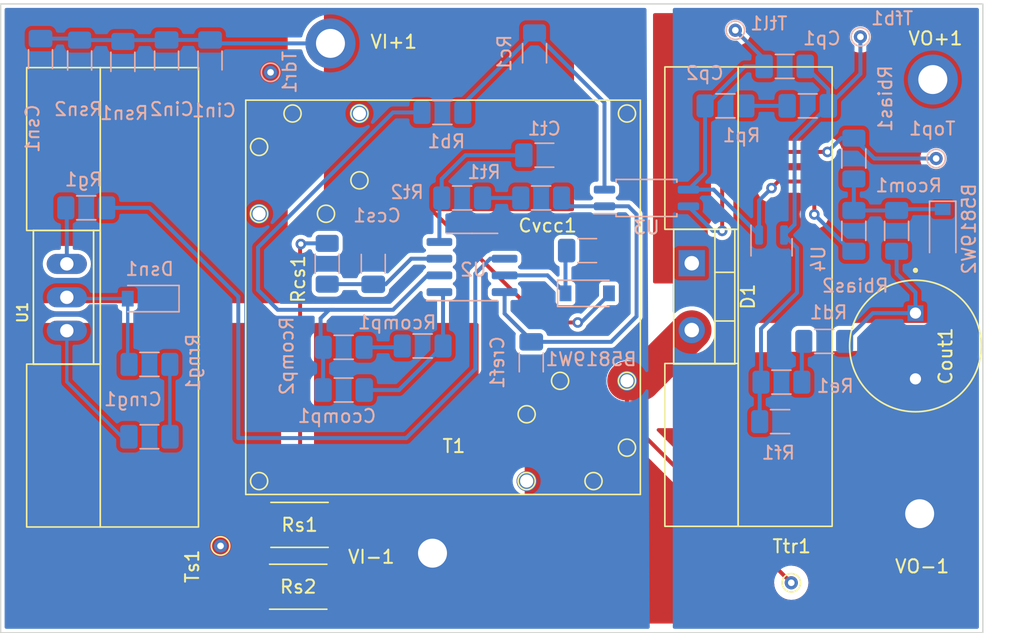
<source format=kicad_pcb>
(kicad_pcb (version 20211014) (generator pcbnew)
  (layers (0 "F.Cu" signal) (31 "B.Cu" signal) (34 "B.Paste" user) (35 "F.Paste" user) (36 "B.SilkS" user "B.Silkscreen") (37 "F.SilkS" user "F.Silkscreen") (38 "B.Mask" user) (39 "F.Mask" user) (44 "Edge.Cuts" user))
  (net 0 "")
  (net 1 "/CVCC")
  (net 2 "Vin")
  (net 3 "Net-(B5819W2-Pad1)")
  (net 4 "GND")
  (net 5 "Net-(Ccomp1-Pad1)")
  (net 6 "Net-(Ccomp1-Pad2)")
  (net 7 "Net-(Ccs1-Pad1)")
  (net 8 "Vout+")
  (net 9 "Vout-")
  (net 10 "Net-(Cp1-Pad1)")
  (net 11 "Net-(Cp1-Pad2)")
  (net 12 "Net-(Cp2-Pad2)")
  (net 13 "Net-(Cref1-Pad1)")
  (net 14 "Net-(Ct1-Pad1)")
  (net 15 "Net-(D1-Pad2)")
  (net 16 "Vdr")
  (net 17 "Net-(Rb1-Pad1)")
  (net 18 "Net-(Rbias1-Pad2)")
  (net 19 "Net-(Rcomp1-Pad1)")
  (net 20 "Vs")
  (net 21 "Net-(Rd1-Pad2)")
  (net 22 "Net-(Rg1-Pad1)")
  (net 23 "Net-(Rt1-Pad2)")
  (net 24 "Net-(Rg1-Pad2)")
  (net 25 "Net-(Rrng1-Pad2)")
  (footprint "MountingHole:MountingHole_2.2mm_M2_DIN965_Pad" (layer "F.Cu") (at 133.5 78.75)
    (fp_text reference "VI-1" (at -4.6482 0.2794) (layer "F.SilkS"))
    (fp_text value "MountingHole_Pad")
    (pad "1" thru_hole circle (at 0 0) (size 3.8 3.8) (drill 2.2) (layers *.Cu *.Mask) (net 4 "GND"))
  )
  (footprint "IRLZ34NPBF:TO-220_with_heatsink" (layer "F.Cu") (at 105.725 59.3 -90)
    (fp_text reference "U1" (at 1.152 3.363 90) (layer "F.SilkS") (effects (font (size 0.787402 0.787402))))
    (fp_text value "IRLZ34NPBF")
    (fp_line (start -5.08 -2.032) (end -5.08 -2.54) (layer "F.SilkS") (width 0.127))
    (fp_line (start 5.08 -2.54) (end 5.08 -2.032) (layer "F.SilkS") (width 0.127))
    (fp_line (start -5.08 2.54) (end -5.08 -2.032) (layer "F.SilkS") (width 0.127))
    (fp_line (start -5.08 -2.54) (end 5.08 -2.54) (layer "F.SilkS") (width 0.127))
    (fp_line (start 5.08 -2.032) (end 5.08 2.54) (layer "F.SilkS") (width 0.127))
    (fp_line (start -5.08 -2.032) (end 5.08 -2.032) (layer "F.SilkS") (width 0.127))
    (fp_line (start 5.08 2.54) (end -5.08 2.54) (layer "F.SilkS") (width 0.127))
    (fp_rect (start -17.46 -2.54) (end 17.46 -10) (layer "F.SilkS") (width 0.12) (fill none))
    (fp_rect (start 5.08 -2.54) (end 17.46 3.05) (layer "F.SilkS") (width 0.12) (fill none))
    (fp_rect (start -17.46 -2.54) (end -5.08 3.05) (layer "F.SilkS") (width 0.12) (fill none))
    (pad "GND" thru_hole oval (at 0 0 270) (size 1.524 3.048) (drill 1.016) (layers *.Cu *.Mask) (net 16 "Vdr"))
    (pad "IN" thru_hole oval (at -2.54 0 270) (size 1.524 3.048) (drill 1.016) (layers *.Cu *.Mask) (net 24 "Net-(Rg1-Pad2)"))
    (pad "OUT" thru_hole oval (at 2.54 0 270) (size 1.524 3.048) (drill 1.016) (layers *.Cu *.Mask) (net 20 "Vs"))
  )
  (footprint "MountingHole:MountingHole_2.2mm_M2_DIN965_Pad" (layer "F.Cu") (at 171.5 42.75)
    (fp_text reference "VO+1" (at 0.204 -3.126 180) (layer "F.SilkS"))
    (fp_text value "MountingHole_Pad")
    (pad "1" thru_hole circle (at 0 0) (size 3.8 3.8) (drill 2.2) (layers *.Cu *.Mask) (net 8 "Vout+"))
  )
  (footprint "Resistor_SMD:R_2512_6332Metric_Pad1.40x3.35mm_HandSolder" (layer "F.Cu") (at 123.4 76.6)
    (fp_text reference "Rs1" (at 0 0) (layer "F.SilkS"))
    (fp_text value "47m")
    (fp_line (start -2.177064 1.71) (end 2.177064 1.71) (layer "F.SilkS") (width 0.12))
    (fp_line (start -2.177064 -1.71) (end 2.177064 -1.71) (layer "F.SilkS") (width 0.12))
    (pad "1" smd roundrect (at -3.05 0) (size 1.4 3.35) (layers "F.Cu" "F.Paste" "F.Mask") (roundrect_rratio 0.1785707143) (net 20 "Vs"))
    (pad "2" smd roundrect (at 3.05 0) (size 1.4 3.35) (layers "F.Cu" "F.Paste" "F.Mask") (roundrect_rratio 0.1785707143) (net 4 "GND"))
  )
  (footprint "IRLZ34NPBF:TO-220-2_Vertical" (layer "F.Cu") (at 153.1575 59.25 -90)
    (fp_text reference "D1" (at 0 -4.302 90) (layer "F.SilkS"))
    (fp_text value "BYV79-200")
    (fp_line (start -5.12 -1.792) (end 5.12 -1.792) (layer "F.SilkS") (width 0.12))
    (fp_line (start -5.12 -3.302) (end 5.12 -3.302) (layer "F.SilkS") (width 0.12))
    (fp_line (start -1.85 -3.302) (end -1.85 -1.792) (layer "F.SilkS") (width 0.12))
    (fp_line (start 5.12 -3.302) (end 5.12 1.339) (layer "F.SilkS") (width 0.12))
    (fp_line (start -5.12 1.339) (end 5.12 1.339) (layer "F.SilkS") (width 0.12))
    (fp_line (start 1.851 -3.302) (end 1.851 -1.792) (layer "F.SilkS") (width 0.12))
    (fp_line (start -5.12 -3.302) (end -5.12 1.339) (layer "F.SilkS") (width 0.12))
    (fp_rect (start -17.46 -10.695) (end 17.46 -3.556) (layer "F.SilkS") (width 0.12) (fill none))
    (fp_rect (start 17.46 -3.556) (end 5.08 2.01) (layer "F.SilkS") (width 0.12) (fill none))
    (fp_rect (start -17.46 -3.556) (end -5.12 2.01) (layer "F.SilkS") (width 0.12) (fill none))
    (pad "1" thru_hole rect (at -2.54 -0.032 270) (size 2 2) (drill 1.1) (layers *.Cu *.Mask) (net 8 "Vout+"))
    (pad "2" thru_hole oval (at 2.54 -0.032 270) (size 2 2) (drill 1.1) (layers *.Cu *.Mask) (net 15 "Net-(D1-Pad2)"))
  )
  (footprint "100SXE18M:CAPPRD500W60D1000H1300" (layer "F.Cu") (at 170.18 63 -90)
    (fp_text reference "Cout1" (at 0.762 -2.286 90) (layer "F.SilkS"))
    (fp_text value "100SXE18M")
    (fp_circle (center -5.75 0) (end -5.65 0) (layer "F.SilkS") (width 0.2) (fill none))
    (fp_circle (center 0 0) (end 5 0) (layer "F.SilkS") (width 0.127) (fill none))
    (pad "1" thru_hole rect locked (at -2.5 0 270) (size 1.2 1.2) (drill 0.85) (layers *.Cu *.Mask) (net 8 "Vout+"))
    (pad "2" thru_hole circle locked (at 2.5 0 270) (size 1.2 1.2) (drill 0.85) (layers *.Cu *.Mask) (net 9 "Vout-"))
  )
  (footprint "flyback_48V_48W:RM12_B65816" (layer "F.Cu") (at 148.27 45.33)
    (fp_text reference "T1" (at -13.142 25.282 unlocked) (layer "F.SilkS"))
    (fp_text value "Transformer_1P_1S")
    (fp_line (start -28.956 28.956) (end -28.956 -1.016) (layer "F.SilkS") (width 0.12))
    (fp_line (start -28.956 28.956) (end 1.016 28.956) (layer "F.SilkS") (width 0.12))
    (fp_line (start -28.956 -1.016) (end 1.016 -1.016) (layer "F.SilkS") (width 0.12))
    (fp_line (start 1.016 28.956) (end 1.016 -1.016) (layer "F.SilkS") (width 0.12))
    (fp_circle (center -27.94 7.62) (end -27.29 7.62) (layer "F.SilkS") (width 0.12) (fill none))
    (fp_circle (center -7.62 22.86) (end -6.97 22.86) (layer "F.SilkS") (width 0.12) (fill none))
    (fp_circle (center 0 20.32) (end 0.65 20.32) (layer "F.SilkS") (width 0.12) (fill none))
    (fp_circle (center -27.94 2.54) (end -27.29 2.54) (layer "F.SilkS") (width 0.12) (fill none))
    (fp_circle (center -25.4 0) (end -24.75 0) (layer "F.SilkS") (width 0.12) (fill none))
    (fp_circle (center -5.08 20.32) (end -4.43 20.32) (layer "F.SilkS") (width 0.12) (fill none))
    (fp_circle (center -20.32 5.08) (end -19.67 5.08) (layer "F.SilkS") (width 0.12) (fill none))
    (fp_circle (center -2.54 27.94) (end -1.89 27.94) (layer "F.SilkS") (width 0.12) (fill none))
    (fp_circle (center -27.94 27.94) (end -27.29 27.94) (layer "F.SilkS") (width 0.12) (fill none))
    (fp_circle (center -20.32 0) (end -19.67 0) (layer "F.SilkS") (width 0.12) (fill none))
    (fp_circle (center 0 25.4) (end 0.65 25.4) (layer "F.SilkS") (width 0.12) (fill none))
    (fp_circle (center -22.86 7.62) (end -22.21 7.62) (layer "F.SilkS") (width 0.12) (fill none))
    (fp_circle (center 0 0) (end 0.65 0) (layer "F.SilkS") (width 0.12) (fill none))
    (fp_circle (center -7.62 27.94) (end -6.97 27.94) (layer "F.SilkS") (width 0.12) (fill none))
    (pad "1" thru_hole circle (at -20.32 0) (size 1.524 1.524) (drill 1) (layers *.Cu *.Mask) (net 2 "Vin"))
    (pad "2" thru_hole circle (at -27.94 7.62) (size 1.524 1.524) (drill 1) (layers *.Cu *.Mask) (net 16 "Vdr"))
    (pad "3" thru_hole circle (at -7.62 27.94) (size 1.524 1.524) (drill 1) (layers *.Cu *.Mask) (net 9 "Vout-"))
    (pad "4" thru_hole circle (at 0 20.32) (size 1.524 1.524) (drill 1) (layers *.Cu *.Mask) (net 15 "Net-(D1-Pad2)"))
  )
  (footprint "MountingHole:MountingHole_2.2mm_M2_DIN965_Pad" (layer "F.Cu") (at 170.5 75.75)
    (fp_text reference "VO-1" (at 0.188 4.006 180) (layer "F.SilkS"))
    (fp_text value "MountingHole_Pad")
    (pad "1" thru_hole circle (at 0 0) (size 3.8 3.8) (drill 2.2) (layers *.Cu *.Mask) (net 9 "Vout-"))
  )
  (footprint "TestPoint:TestPoint_THTPad_D1.0mm_Drill0.5mm" (layer "F.Cu") (at 117.4 78.2 -90)
    (fp_text reference "Ts1" (at 1.55 2.15 90) (layer "F.SilkS"))
    (fp_text value "TestPoint")
    (fp_circle (center 0 0) (end 0 0.7) (layer "F.SilkS") (width 0.12) (fill none))
    (pad "1" thru_hole circle (at 0 0 270) (size 1 1) (drill 0.5) (layers *.Cu *.Mask) (net 20 "Vs"))
  )
  (footprint "Resistor_SMD:R_2512_6332Metric_Pad1.40x3.35mm_HandSolder" (layer "F.Cu") (at 123.3 81.3)
    (fp_text reference "Rs2" (at 0 0) (layer "F.SilkS"))
    (fp_text value "330m")
    (fp_line (start -2.177064 1.71) (end 2.177064 1.71) (layer "F.SilkS") (width 0.12))
    (fp_line (start -2.177064 -1.71) (end 2.177064 -1.71) (layer "F.SilkS") (width 0.12))
    (pad "1" smd roundrect (at -3.05 0) (size 1.4 3.35) (layers "F.Cu" "F.Paste" "F.Mask") (roundrect_rratio 0.1785707143) (net 20 "Vs"))
    (pad "2" smd roundrect (at 3.05 0) (size 1.4 3.35) (layers "F.Cu" "F.Paste" "F.Mask") (roundrect_rratio 0.1785707143) (net 4 "GND"))
  )
  (footprint "TestPoint:TestPoint_THTPad_D1.0mm_Drill0.5mm" (layer "F.Cu") (at 160.75 81)
    (fp_text reference "Ttr1" (at 0.032 -2.768) (layer "F.SilkS"))
    (fp_text value "TestPoint")
    (fp_circle (center 0 0) (end 0 0.7) (layer "F.SilkS") (width 0.12) (fill none))
    (pad "1" thru_hole circle (at 0 0) (size 1 1) (drill 0.5) (layers *.Cu *.Mask) (net 15 "Net-(D1-Pad2)"))
  )
  (footprint "MountingHole:MountingHole_2.2mm_M2_DIN965_Pad" (layer "F.Cu") (at 125.75 40)
    (fp_text reference "VI+1" (at 4.806 -0.122) (layer "F.SilkS"))
    (fp_text value "MountingHole_Pad")
    (pad "1" thru_hole circle (at 0 0) (size 3.8 3.8) (drill 2.2) (layers *.Cu *.Mask) (net 2 "Vin"))
  )
  (footprint "TestPoint:TestPoint_THTPad_D1.0mm_Drill0.5mm" (layer "B.Cu") (at 171.75 48.75 180)
    (fp_text reference "Top1" (at 0.3 2.268) (layer "B.SilkS") (effects (justify mirror)))
    (fp_text value "TestPoint")
    (fp_circle (center 0 0) (end 0 -0.7) (layer "B.SilkS") (width 0.12) (fill none))
    (pad "1" thru_hole circle (at 0 0 180) (size 1 1) (drill 0.5) (layers *.Cu *.Mask) (net 18 "Net-(Rbias1-Pad2)"))
  )
  (footprint "Resistor_SMD:R_1206_3216Metric_Pad1.30x1.75mm_HandSolder" (layer "B.Cu") (at 106.698 41.3 -90)
    (fp_text reference "Rsn2" (at 3.7 0.1) (layer "B.SilkS") (effects (justify mirror)))
    (fp_text value "10k")
    (fp_line (start -0.727064 -0.91) (end 0.727064 -0.91) (layer "B.SilkS") (width 0.12))
    (fp_line (start -0.727064 0.91) (end 0.727064 0.91) (layer "B.SilkS") (width 0.12))
    (pad "1" smd roundrect (at -1.55 0 270) (size 1.3 1.75) (layers "B.Cu" "B.Paste" "B.Mask") (roundrect_rratio 0.1923076923) (net 2 "Vin"))
    (pad "2" smd roundrect (at 1.55 0 270) (size 1.3 1.75) (layers "B.Cu" "B.Paste" "B.Mask") (roundrect_rratio 0.1923076923) (net 4 "GND"))
  )
  (footprint "Resistor_SMD:R_1206_3216Metric_Pad1.30x1.75mm_HandSolder" (layer "B.Cu") (at 112 64.4)
    (fp_text reference "Rrng1" (at 3.316 -0.138 90) (layer "B.SilkS") (effects (justify mirror)))
    (fp_text value "10")
    (fp_line (start -0.727064 0.91) (end 0.727064 0.91) (layer "B.SilkS") (width 0.12))
    (fp_line (start -0.727064 -0.91) (end 0.727064 -0.91) (layer "B.SilkS") (width 0.12))
    (pad "1" smd roundrect (at -1.55 0) (size 1.3 1.75) (layers "B.Cu" "B.Paste" "B.Mask") (roundrect_rratio 0.1923076923) (net 16 "Vdr"))
    (pad "2" smd roundrect (at 1.55 0) (size 1.3 1.75) (layers "B.Cu" "B.Paste" "B.Mask") (roundrect_rratio 0.1923076923) (net 25 "Net-(Rrng1-Pad2)"))
  )
  (footprint "Resistor_SMD:R_1206_3216Metric_Pad1.30x1.75mm_HandSolder" (layer "B.Cu") (at 107.2 52.5 180)
    (fp_text reference "Rg1" (at 0.2 2.15) (layer "B.SilkS") (effects (justify mirror)))
    (fp_text value "10")
    (fp_line (start -0.727064 -0.91) (end 0.727064 -0.91) (layer "B.SilkS") (width 0.12))
    (fp_line (start -0.727064 0.91) (end 0.727064 0.91) (layer "B.SilkS") (width 0.12))
    (pad "1" smd roundrect (at -1.55 0 180) (size 1.3 1.75) (layers "B.Cu" "B.Paste" "B.Mask") (roundrect_rratio 0.1923076923) (net 22 "Net-(Rg1-Pad1)"))
    (pad "2" smd roundrect (at 1.55 0 180) (size 1.3 1.75) (layers "B.Cu" "B.Paste" "B.Mask") (roundrect_rratio 0.1923076923) (net 24 "Net-(Rg1-Pad2)"))
  )
  (footprint "Capacitor_SMD:C_1206_3216Metric_Pad1.33x1.80mm_HandSolder" (layer "B.Cu") (at 129 56.75 90)
    (fp_text reference "Ccs1" (at 3.664 0.286 180) (layer "B.SilkS") (effects (justify mirror)))
    (fp_text value "470p")
    (fp_line (start -0.711252 -0.91) (end 0.711252 -0.91) (layer "B.SilkS") (width 0.12))
    (fp_line (start -0.711252 0.91) (end 0.711252 0.91) (layer "B.SilkS") (width 0.12))
    (pad "1" smd roundrect (at -1.5625 0 90) (size 1.325 1.8) (layers "B.Cu" "B.Paste" "B.Mask") (roundrect_rratio 0.1886792453) (net 7 "Net-(Ccs1-Pad1)"))
    (pad "2" smd roundrect (at 1.5625 0 90) (size 1.325 1.8) (layers "B.Cu" "B.Paste" "B.Mask") (roundrect_rratio 0.1886792453) (net 4 "GND"))
  )
  (footprint "Resistor_SMD:R_1206_3216Metric_Pad1.30x1.75mm_HandSolder" (layer "B.Cu") (at 109.982 41.402 -90)
    (fp_text reference "Rsn1" (at 3.9 -0.098 180) (layer "B.SilkS") (effects (justify mirror)))
    (fp_text value "10k")
    (fp_line (start -0.727064 -0.91) (end 0.727064 -0.91) (layer "B.SilkS") (width 0.12))
    (fp_line (start -0.727064 0.91) (end 0.727064 0.91) (layer "B.SilkS") (width 0.12))
    (pad "1" smd roundrect (at -1.55 0 270) (size 1.3 1.75) (layers "B.Cu" "B.Paste" "B.Mask") (roundrect_rratio 0.1923076923) (net 2 "Vin"))
    (pad "2" smd roundrect (at 1.55 0 270) (size 1.3 1.75) (layers "B.Cu" "B.Paste" "B.Mask") (roundrect_rratio 0.1923076923) (net 4 "GND"))
  )
  (footprint "Resistor_SMD:R_1206_3216Metric_Pad1.30x1.75mm_HandSolder" (layer "B.Cu") (at 126.75 63.1)
    (fp_text reference "Rcomp2" (at -4.322 0.654 90) (layer "B.SilkS") (effects (justify mirror)))
    (fp_text value "2.2k")
    (fp_line (start -0.727064 0.91) (end 0.727064 0.91) (layer "B.SilkS") (width 0.12))
    (fp_line (start -0.727064 -0.91) (end 0.727064 -0.91) (layer "B.SilkS") (width 0.12))
    (pad "1" smd roundrect (at -1.55 0) (size 1.3 1.75) (layers "B.Cu" "B.Paste" "B.Mask") (roundrect_rratio 0.1923076923) (net 5 "Net-(Ccomp1-Pad1)"))
    (pad "2" smd roundrect (at 1.55 0) (size 1.3 1.75) (layers "B.Cu" "B.Paste" "B.Mask") (roundrect_rratio 0.1923076923) (net 19 "Net-(Rcomp1-Pad1)"))
  )
  (footprint "Package_SO:SOIC-8_3.9x4.9mm_P1.27mm" (layer "B.Cu") (at 136.5 57)
    (fp_text reference "U2" (at 0.1 0.2) (layer "B.SilkS") (effects (justify mirror)))
    (fp_text value "UC3843_SOIC8")
    (fp_line (start 0 -2.56) (end 1.95 -2.56) (layer "B.SilkS") (width 0.12))
    (fp_line (start 0 2.56) (end 1.95 2.56) (layer "B.SilkS") (width 0.12))
    (fp_line (start 0 2.56) (end -3.45 2.56) (layer "B.SilkS") (width 0.12))
    (fp_line (start 0 -2.56) (end -1.95 -2.56) (layer "B.SilkS") (width 0.12))
    (pad "1" smd roundrect (at -2.475 1.905) (size 1.95 0.6) (layers "B.Cu" "B.Paste" "B.Mask") (net 6 "Net-(Ccomp1-Pad2)"))
    (pad "2" smd roundrect (at -2.475 0.635) (size 1.95 0.6) (layers "B.Cu" "B.Paste" "B.Mask") (net 5 "Net-(Ccomp1-Pad1)"))
    (pad "3" smd roundrect (at -2.475 -0.635) (size 1.95 0.6) (layers "B.Cu" "B.Paste" "B.Mask") (net 7 "Net-(Ccs1-Pad1)"))
    (pad "4" smd roundrect (at -2.475 -1.905) (size 1.95 0.6) (layers "B.Cu" "B.Paste" "B.Mask") (net 14 "Net-(Ct1-Pad1)"))
    (pad "5" smd roundrect (at 2.475 -1.905) (size 1.95 0.6) (layers "B.Cu" "B.Paste" "B.Mask") (net 4 "GND"))
    (pad "6" smd roundrect (at 2.475 -0.635) (size 1.95 0.6) (layers "B.Cu" "B.Paste" "B.Mask") (net 22 "Net-(Rg1-Pad1)"))
    (pad "7" smd roundrect (at 2.475 0.635) (size 1.95 0.6) (layers "B.Cu" "B.Paste" "B.Mask") (net 1 "/CVCC"))
    (pad "8" smd roundrect (at 2.475 1.905) (size 1.95 0.6) (layers "B.Cu" "B.Paste" "B.Mask") (net 13 "Net-(Cref1-Pad1)"))
  )
  (footprint "Package_SO:SOP-4_4.4x2.6mm_P1.27mm" (layer "B.Cu") (at 149.75 51.75)
    (fp_text reference "U3" (at 0 2.25) (layer "B.SilkS") (effects (justify mirror)))
    (fp_text value "TCMT1107")
    (fp_line (start 2.31 1.41) (end 2.31 1.195) (layer "B.SilkS") (width 0.12))
    (fp_line (start 0 1.41) (end -2.31 1.41) (layer "B.SilkS") (width 0.12))
    (fp_line (start 2.31 -1.41) (end 2.31 -1.195) (layer "B.SilkS") (width 0.12))
    (fp_line (start -2.31 -1.41) (end -2.31 -1.195) (layer "B.SilkS") (width 0.12))
    (fp_line (start 0 1.41) (end 2.31 1.41) (layer "B.SilkS") (width 0.12))
    (fp_line (start -2.31 1.41) (end -2.31 1.195) (layer "B.SilkS") (width 0.12))
    (fp_line (start -2.31 1.195) (end -4 1.195) (layer "B.SilkS") (width 0.12))
    (fp_line (start 0 -1.41) (end -2.31 -1.41) (layer "B.SilkS") (width 0.12))
    (fp_line (start 0 -1.41) (end 2.31 -1.41) (layer "B.SilkS") (width 0.12))
    (pad "1" smd roundrect (at -3.1875 0.635) (size 1.625 0.6) (layers "B.Cu" "B.Paste" "B.Mask") (net 13 "Net-(Cref1-Pad1)"))
    (pad "2" smd roundrect (at -3.1875 -0.635) (size 1.625 0.6) (layers "B.Cu" "B.Paste" "B.Mask") (net 17 "Net-(Rb1-Pad1)"))
    (pad "3" smd roundrect (at 3.1875 -0.635) (size 1.625 0.6) (layers "B.Cu" "B.Paste" "B.Mask") (net 12 "Net-(Cp2-Pad2)"))
    (pad "4" smd roundrect (at 3.1875 0.635) (size 1.625 0.6) (layers "B.Cu" "B.Paste" "B.Mask") (net 18 "Net-(Rbias1-Pad2)"))
  )
  (footprint "Capacitor_SMD:C_1206_3216Metric_Pad1.33x1.80mm_HandSolder" (layer "B.Cu") (at 141 64.25 -90)
    (fp_text reference "Cref1" (at 0.012 2.57 90) (layer "B.SilkS") (effects (justify mirror)))
    (fp_text value "1u")
    (fp_line (start -0.711252 -0.91) (end 0.711252 -0.91) (layer "B.SilkS") (width 0.12))
    (fp_line (start -0.711252 0.91) (end 0.711252 0.91) (layer "B.SilkS") (width 0.12))
    (pad "1" smd roundrect (at -1.5625 0 270) (size 1.325 1.8) (layers "B.Cu" "B.Paste" "B.Mask") (roundrect_rratio 0.1886792453) (net 13 "Net-(Cref1-Pad1)"))
    (pad "2" smd roundrect (at 1.5625 0 270) (size 1.325 1.8) (layers "B.Cu" "B.Paste" "B.Mask") (roundrect_rratio 0.1886792453) (net 4 "GND"))
  )
  (footprint "Capacitor_SMD:C_1206_3216Metric_Pad1.33x1.80mm_HandSolder" (layer "B.Cu") (at 112 69.9 180)
    (fp_text reference "Crng1" (at 1.256 2.844) (layer "B.SilkS") (effects (justify mirror)))
    (fp_text value "470p")
    (fp_line (start -0.711252 -0.91) (end 0.711252 -0.91) (layer "B.SilkS") (width 0.12))
    (fp_line (start -0.711252 0.91) (end 0.711252 0.91) (layer "B.SilkS") (width 0.12))
    (pad "1" smd roundrect (at -1.5625 0 180) (size 1.325 1.8) (layers "B.Cu" "B.Paste" "B.Mask") (roundrect_rratio 0.1886792453) (net 25 "Net-(Rrng1-Pad2)"))
    (pad "2" smd roundrect (at 1.5625 0 180) (size 1.325 1.8) (layers "B.Cu" "B.Paste" "B.Mask") (roundrect_rratio 0.1886792453) (net 20 "Vs"))
  )
  (footprint "Capacitor_SMD:C_1206_3216Metric_Pad1.33x1.80mm_HandSolder" (layer "B.Cu") (at 160.25 41.75 180)
    (fp_text reference "Cp2" (at 6.072 -0.508) (layer "B.SilkS") (effects (justify mirror)))
    (fp_text value "220p")
    (fp_line (start -0.711252 0.91) (end 0.711252 0.91) (layer "B.SilkS") (width 0.12))
    (fp_line (start -0.711252 -0.91) (end 0.711252 -0.91) (layer "B.SilkS") (width 0.12))
    (pad "1" smd roundrect (at -1.5625 0 180) (size 1.325 1.8) (layers "B.Cu" "B.Paste" "B.Mask") (roundrect_rratio 0.1886792453) (net 10 "Net-(Cp1-Pad1)"))
    (pad "2" smd roundrect (at 1.5625 0 180) (size 1.325 1.8) (layers "B.Cu" "B.Paste" "B.Mask") (roundrect_rratio 0.1886792453) (net 12 "Net-(Cp2-Pad2)"))
  )
  (footprint "Capacitor_SMD:C_1206_3216Metric_Pad1.33x1.80mm_HandSolder" (layer "B.Cu") (at 142 48.5)
    (fp_text reference "Ct1" (at -0.014 -2.018) (layer "B.SilkS") (effects (justify mirror)))
    (fp_text value "1n")
    (fp_line (start -0.711252 -0.91) (end 0.711252 -0.91) (layer "B.SilkS") (width 0.12))
    (fp_line (start -0.711252 0.91) (end 0.711252 0.91) (layer "B.SilkS") (width 0.12))
    (pad "1" smd roundrect (at -1.5625 0) (size 1.325 1.8) (layers "B.Cu" "B.Paste" "B.Mask") (roundrect_rratio 0.1886792453) (net 14 "Net-(Ct1-Pad1)"))
    (pad "2" smd roundrect (at 1.5625 0) (size 1.325 1.8) (layers "B.Cu" "B.Paste" "B.Mask") (roundrect_rratio 0.1886792453) (net 4 "GND"))
  )
  (footprint "Resistor_SMD:R_1206_3216Metric_Pad1.30x1.75mm_HandSolder" (layer "B.Cu") (at 160 65.75 180)
    (fp_text reference "Re1" (at -4.084 -0.29) (layer "B.SilkS") (effects (justify mirror)))
    (fp_text value "10k")
    (fp_line (start -0.727064 0.91) (end 0.727064 0.91) (layer "B.SilkS") (width 0.12))
    (fp_line (start -0.727064 -0.91) (end 0.727064 -0.91) (layer "B.SilkS") (width 0.12))
    (pad "1" smd roundrect (at -1.55 0 180) (size 1.3 1.75) (layers "B.Cu" "B.Paste" "B.Mask") (roundrect_rratio 0.1923076923) (net 21 "Net-(Rd1-Pad2)"))
    (pad "2" smd roundrect (at 1.55 0 180) (size 1.3 1.75) (layers "B.Cu" "B.Paste" "B.Mask") (roundrect_rratio 0.1923076923) (net 10 "Net-(Cp1-Pad1)"))
  )
  (footprint "Resistor_SMD:R_1206_3216Metric_Pad1.30x1.75mm_HandSolder" (layer "B.Cu") (at 159.9 68.75)
    (fp_text reference "Rf1" (at -0.134 2.37) (layer "B.SilkS") (effects (justify mirror)))
    (fp_text value "4.7k")
    (fp_line (start -0.727064 0.91) (end 0.727064 0.91) (layer "B.SilkS") (width 0.12))
    (fp_line (start -0.727064 -0.91) (end 0.727064 -0.91) (layer "B.SilkS") (width 0.12))
    (pad "1" smd roundrect (at -1.55 0) (size 1.3 1.75) (layers "B.Cu" "B.Paste" "B.Mask") (roundrect_rratio 0.1923076923) (net 10 "Net-(Cp1-Pad1)"))
    (pad "2" smd roundrect (at 1.55 0) (size 1.3 1.75) (layers "B.Cu" "B.Paste" "B.Mask") (roundrect_rratio 0.1923076923) (net 9 "Vout-"))
  )
  (footprint "Resistor_SMD:R_1206_3216Metric_Pad1.30x1.75mm_HandSolder" (layer "B.Cu") (at 141.75 51.75 180)
    (fp_text reference "Rt1" (at 4.336 1.966) (layer "B.SilkS") (effects (justify mirror)))
    (fp_text value "33k")
    (fp_line (start -0.727064 0.91) (end 0.727064 0.91) (layer "B.SilkS") (width 0.12))
    (fp_line (start -0.727064 -0.91) (end 0.727064 -0.91) (layer "B.SilkS") (width 0.12))
    (pad "1" smd roundrect (at -1.55 0 180) (size 1.3 1.75) (layers "B.Cu" "B.Paste" "B.Mask") (roundrect_rratio 0.1923076923) (net 13 "Net-(Cref1-Pad1)"))
    (pad "2" smd roundrect (at 1.55 0 180) (size 1.3 1.75) (layers "B.Cu" "B.Paste" "B.Mask") (roundrect_rratio 0.1923076923) (net 23 "Net-(Rt1-Pad2)"))
  )
  (footprint "Diode_SMD:D_SOD-123" (layer "B.Cu") (at 112 59.4 180)
    (fp_text reference "Dsn1" (at -0.014 2.25 180) (layer "B.SilkS") (effects (justify mirror)))
    (fp_text value "D")
    (fp_line (start -2.25 1) (end 1.65 1) (layer "B.SilkS") (width 0.12))
    (fp_line (start -2.25 -1) (end 1.65 -1) (layer "B.SilkS") (width 0.12))
    (fp_line (start -2.25 1) (end -2.25 -1) (layer "B.SilkS") (width 0.12))
    (pad "1" smd rect (at -1.65 0 180) (size 0.9 1.2) (layers "B.Cu" "B.Paste" "B.Mask") (net 4 "GND"))
    (pad "2" smd rect (at 1.65 0 180) (size 0.9 1.2) (layers "B.Cu" "B.Paste" "B.Mask") (net 16 "Vdr"))
  )
  (footprint "Diode_SMD:D_SOD-123" (layer "B.Cu") (at 145.25 59)
    (fp_text reference "B5819W1" (at 0.292 5.008) (layer "B.SilkS") (effects (justify mirror)))
    (fp_text value "D_Schottky")
    (fp_line (start -2.25 1) (end -2.25 -1) (layer "B.SilkS") (width 0.12))
    (fp_line (start -2.25 1) (end 1.65 1) (layer "B.SilkS") (width 0.12))
    (fp_line (start -2.25 -1) (end 1.65 -1) (layer "B.SilkS") (width 0.12))
    (pad "1" smd rect (at -1.65 0) (size 0.9 1.2) (layers "B.Cu" "B.Paste" "B.Mask") (net 1 "/CVCC"))
    (pad "2" smd rect (at 1.65 0) (size 0.9 1.2) (layers "B.Cu" "B.Paste" "B.Mask") (net 2 "Vin"))
  )
  (footprint "Capacitor_SMD:C_1206_3216Metric_Pad1.33x1.80mm_HandSolder" (layer "B.Cu") (at 162 44.75 180)
    (fp_text reference "Cp1" (at -1.068 5.126) (layer "B.SilkS") (effects (justify mirror)))
    (fp_text value "2.2n")
    (fp_line (start -0.711252 -0.91) (end 0.711252 -0.91) (layer "B.SilkS") (width 0.12))
    (fp_line (start -0.711252 0.91) (end 0.711252 0.91) (layer "B.SilkS") (width 0.12))
    (pad "1" smd roundrect (at -1.5625 0 180) (size 1.325 1.8) (layers "B.Cu" "B.Paste" "B.Mask") (roundrect_rratio 0.1886792453) (net 10 "Net-(Cp1-Pad1)"))
    (pad "2" smd roundrect (at 1.5625 0 180) (size 1.325 1.8) (layers "B.Cu" "B.Paste" "B.Mask") (roundrect_rratio 0.1886792453) (net 11 "Net-(Cp1-Pad2)"))
  )
  (footprint "Resistor_SMD:R_1206_3216Metric_Pad1.30x1.75mm_HandSolder" (layer "B.Cu") (at 132.75 63)
    (fp_text reference "Rcomp1" (at -1.94 -1.786 180) (layer "B.SilkS") (effects (justify mirror)))
    (fp_text value "2.2k")
    (fp_line (start -0.727064 0.91) (end 0.727064 0.91) (layer "B.SilkS") (width 0.12))
    (fp_line (start -0.727064 -0.91) (end 0.727064 -0.91) (layer "B.SilkS") (width 0.12))
    (pad "1" smd roundrect (at -1.55 0) (size 1.3 1.75) (layers "B.Cu" "B.Paste" "B.Mask") (roundrect_rratio 0.1923076923) (net 19 "Net-(Rcomp1-Pad1)"))
    (pad "2" smd roundrect (at 1.55 0) (size 1.3 1.75) (layers "B.Cu" "B.Paste" "B.Mask") (roundrect_rratio 0.1923076923) (net 6 "Net-(Ccomp1-Pad2)"))
  )
  (footprint "Capacitor_SMD:C_1206_3216Metric_Pad1.33x1.80mm_HandSolder" (layer "B.Cu") (at 103.7262 41.1984 -90)
    (fp_text reference "Csn1" (at 5.2836 0.6022 -90) (layer "B.SilkS") (effects (justify mirror)))
    (fp_text value "1n")
    (fp_line (start -0.711252 -0.91) (end 0.711252 -0.91) (layer "B.SilkS") (width 0.12))
    (fp_line (start -0.711252 0.91) (end 0.711252 0.91) (layer "B.SilkS") (width 0.12))
    (pad "1" smd roundrect (at -1.5625 0 270) (size 1.325 1.8) (layers "B.Cu" "B.Paste" "B.Mask") (roundrect_rratio 0.1886792453) (net 2 "Vin"))
    (pad "2" smd roundrect (at 1.5625 0 270) (size 1.325 1.8) (layers "B.Cu" "B.Paste" "B.Mask") (roundrect_rratio 0.1886792453) (net 4 "GND"))
  )
  (footprint "Capacitor_SMD:C_1206_3216Metric_Pad1.33x1.80mm_HandSolder" (layer "B.Cu") (at 113.302 41.3 -90)
    (fp_text reference "Cin2" (at 3.7 -0.396) (layer "B.SilkS") (effects (justify mirror)))
    (fp_text value "1u")
    (fp_line (start -0.711252 0.91) (end 0.711252 0.91) (layer "B.SilkS") (width 0.12))
    (fp_line (start -0.711252 -0.91) (end 0.711252 -0.91) (layer "B.SilkS") (width 0.12))
    (pad "1" smd roundrect (at -1.5625 0 270) (size 1.325 1.8) (layers "B.Cu" "B.Paste" "B.Mask") (roundrect_rratio 0.1886792453) (net 2 "Vin"))
    (pad "2" smd roundrect (at 1.5625 0 270) (size 1.325 1.8) (layers "B.Cu" "B.Paste" "B.Mask") (roundrect_rratio 0.1886792453) (net 4 "GND"))
  )
  (footprint "Resistor_SMD:R_1206_3216Metric_Pad1.30x1.75mm_HandSolder" (layer "B.Cu") (at 165.5 54.25 -90)
    (fp_text reference "Rbias2" (at 4.17 -0.108) (layer "B.SilkS") (effects (justify mirror)))
    (fp_text value "3.9k")
    (fp_line (start -0.727064 -0.91) (end 0.727064 -0.91) (layer "B.SilkS") (width 0.12))
    (fp_line (start -0.727064 0.91) (end 0.727064 0.91) (layer "B.SilkS") (width 0.12))
    (pad "1" smd roundrect (at -1.55 0 270) (size 1.3 1.75) (layers "B.Cu" "B.Paste" "B.Mask") (roundrect_rratio 0.1923076923) (net 3 "Net-(B5819W2-Pad1)"))
    (pad "2" smd roundrect (at 1.55 0 270) (size 1.3 1.75) (layers "B.Cu" "B.Paste" "B.Mask") (roundrect_rratio 0.1923076923) (net 12 "Net-(Cp2-Pad2)"))
  )
  (footprint "Resistor_SMD:R_1206_3216Metric_Pad1.30x1.75mm_HandSolder" (layer "B.Cu") (at 135.75 51.75 180)
    (fp_text reference "Rt2" (at 4.178 0.442) (layer "B.SilkS") (effects (justify mirror)))
    (fp_text value "1.5k")
    (fp_line (start -0.727064 -0.91) (end 0.727064 -0.91) (layer "B.SilkS") (width 0.12))
    (fp_line (start -0.727064 0.91) (end 0.727064 0.91) (layer "B.SilkS") (width 0.12))
    (pad "1" smd roundrect (at -1.55 0 180) (size 1.3 1.75) (layers "B.Cu" "B.Paste" "B.Mask") (roundrect_rratio 0.1923076923) (net 23 "Net-(Rt1-Pad2)"))
    (pad "2" smd roundrect (at 1.55 0 180) (size 1.3 1.75) (layers "B.Cu" "B.Paste" "B.Mask") (roundrect_rratio 0.1923076923) (net 14 "Net-(Ct1-Pad1)"))
  )
  (footprint "Package_TO_SOT_SMD:SOT-23" (layer "B.Cu") (at 159.25 55.5 -90)
    (fp_text reference "U4" (at 0.888 -3.564 90) (layer "B.SilkS") (effects (justify mirror)))
    (fp_text value "TL431DBZ")
    (fp_line (start 0 -1.56) (end 0.65 -1.56) (layer "B.SilkS") (width 0.12))
    (fp_line (start 0 1.56) (end -1.675 1.56) (layer "B.SilkS") (width 0.12))
    (fp_line (start 0 -1.56) (end -0.65 -1.56) (layer "B.SilkS") (width 0.12))
    (fp_line (start 0 1.56) (end 0.65 1.56) (layer "B.SilkS") (width 0.12))
    (pad "1" smd roundrect (at -0.9375 0.95 270) (size 1.475 0.6) (layers "B.Cu" "B.Paste" "B.Mask") (net 12 "Net-(Cp2-Pad2)"))
    (pad "2" smd roundrect (at -0.9375 -0.95 270) (size 1.475 0.6) (layers "B.Cu" "B.Paste" "B.Mask") (net 10 "Net-(Cp1-Pad1)"))
    (pad "3" smd roundrect (at 0.9375 0 270) (size 1.475 0.6) (layers "B.Cu" "B.Paste" "B.Mask") (net 9 "Vout-"))
  )
  (footprint "Resistor_SMD:R_1206_3216Metric_Pad1.30x1.75mm_HandSolder" (layer "B.Cu") (at 141.25 40.75 -90)
    (fp_text reference "Rc1" (at 0 2.286 90) (layer "B.SilkS") (effects (justify mirror)))
    (fp_text value "1k")
    (fp_line (start -0.727064 0.91) (end 0.727064 0.91) (layer "B.SilkS") (width 0.12))
    (fp_line (start -0.727064 -0.91) (end 0.727064 -0.91) (layer "B.SilkS") (width 0.12))
    (pad "1" smd roundrect (at -1.55 0 270) (size 1.3 1.75) (layers "B.Cu" "B.Paste" "B.Mask") (roundrect_rratio 0.1923076923) (net 17 "Net-(Rb1-Pad1)"))
    (pad "2" smd roundrect (at 1.55 0 270) (size 1.3 1.75) (layers "B.Cu" "B.Paste" "B.Mask") (roundrect_rratio 0.1923076923) (net 4 "GND"))
  )
  (footprint "Resistor_SMD:R_1206_3216Metric_Pad1.30x1.75mm_HandSolder" (layer "B.Cu") (at 165.5 48.75 90)
    (fp_text reference "Rbias1" (at 4.554 2.394 90) (layer "B.SilkS") (effects (justify mirror)))
    (fp_text value "3.9k")
    (fp_line (start -0.727064 0.91) (end 0.727064 0.91) (layer "B.SilkS") (width 0.12))
    (fp_line (start -0.727064 -0.91) (end 0.727064 -0.91) (layer "B.SilkS") (width 0.12))
    (pad "1" smd roundrect (at -1.55 0 90) (size 1.3 1.75) (layers "B.Cu" "B.Paste" "B.Mask") (roundrect_rratio 0.1923076923) (net 3 "Net-(B5819W2-Pad1)"))
    (pad "2" smd roundrect (at 1.55 0 90) (size 1.3 1.75) (layers "B.Cu" "B.Paste" "B.Mask") (roundrect_rratio 0.1923076923) (net 18 "Net-(Rbias1-Pad2)"))
  )
  (footprint "TestPoint:TestPoint_THTPad_D1.0mm_Drill0.5mm" (layer "B.Cu") (at 166 39.5 180)
    (fp_text reference "Tfb1" (at -2.402 1.4) (layer "B.SilkS") (effects (justify mirror)))
    (fp_text value "TestPoint")
    (fp_circle (center 0 0) (end 0 -0.7) (layer "B.SilkS") (width 0.12) (fill none))
    (pad "1" thru_hole circle (at 0 0 180) (size 1 1) (drill 0.5) (layers *.Cu *.Mask) (net 10 "Net-(Cp1-Pad1)"))
  )
  (footprint "Resistor_SMD:R_1206_3216Metric_Pad1.30x1.75mm_HandSolder" (layer "B.Cu") (at 134.25 45.25 180)
    (fp_text reference "Rb1" (at -0.3 -2.2) (layer "B.SilkS") (effects (justify mirror)))
    (fp_text value "2.2k")
    (fp_line (start -0.727064 0.91) (end 0.727064 0.91) (layer "B.SilkS") (width 0.12))
    (fp_line (start -0.727064 -0.91) (end 0.727064 -0.91) (layer "B.SilkS") (width 0.12))
    (pad "1" smd roundrect (at -1.55 0 180) (size 1.3 1.75) (layers "B.Cu" "B.Paste" "B.Mask") (roundrect_rratio 0.1923076923) (net 17 "Net-(Rb1-Pad1)"))
    (pad "2" smd roundrect (at 1.55 0 180) (size 1.3 1.75) (layers "B.Cu" "B.Paste" "B.Mask") (roundrect_rratio 0.1923076923) (net 5 "Net-(Ccomp1-Pad1)"))
  )
  (footprint "Diode_SMD:D_SOD-123" (layer "B.Cu") (at 172.25 54.25 -90)
    (fp_text reference "B5819W2" (at -0.148 -1.994 90) (layer "B.SilkS") (effects (justify mirror)))
    (fp_text value "D_Schottky")
    (fp_line (start -2.25 -1) (end 1.65 -1) (layer "B.SilkS") (width 0.12))
    (fp_line (start -2.25 1) (end -2.25 -1) (layer "B.SilkS") (width 0.12))
    (fp_line (start -2.25 1) (end 1.65 1) (layer "B.SilkS") (width 0.12))
    (pad "1" smd rect (at -1.65 0 270) (size 0.9 1.2) (layers "B.Cu" "B.Paste" "B.Mask") (net 3 "Net-(B5819W2-Pad1)"))
    (pad "2" smd rect (at 1.65 0 270) (size 0.9 1.2) (layers "B.Cu" "B.Paste" "B.Mask") (net 9 "Vout-"))
  )
  (footprint "Capacitor_SMD:C_1206_3216Metric_Pad1.33x1.80mm_HandSolder" (layer "B.Cu") (at 126.75 66.35)
    (fp_text reference "Ccomp1" (at -0.512 1.976) (layer "B.SilkS") (effects (justify mirror)))
    (fp_text value "2.2n")
    (fp_line (start -0.711252 -0.91) (end 0.711252 -0.91) (layer "B.SilkS") (width 0.12))
    (fp_line (start -0.711252 0.91) (end 0.711252 0.91) (layer "B.SilkS") (width 0.12))
    (pad "1" smd roundrect (at -1.5625 0) (size 1.325 1.8) (layers "B.Cu" "B.Paste" "B.Mask") (roundrect_rratio 0.1886792453) (net 5 "Net-(Ccomp1-Pad1)"))
    (pad "2" smd roundrect (at 1.5625 0) (size 1.325 1.8) (layers "B.Cu" "B.Paste" "B.Mask") (roundrect_rratio 0.1886792453) (net 6 "Net-(Ccomp1-Pad2)"))
  )
  (footprint "Resistor_SMD:R_1206_3216Metric_Pad1.30x1.75mm_HandSolder" (layer "B.Cu") (at 155.75 44.75 180)
    (fp_text reference "Rp1" (at -1.222 -2.24) (layer "B.SilkS") (effects (justify mirror)))
    (fp_text value "22k")
    (fp_line (start -0.727064 -0.91) (end 0.727064 -0.91) (layer "B.SilkS") (width 0.12))
    (fp_line (start -0.727064 0.91) (end 0.727064 0.91) (layer "B.SilkS") (width 0.12))
    (pad "1" smd roundrect (at -1.55 0 180) (size 1.3 1.75) (layers "B.Cu" "B.Paste" "B.Mask") (roundrect_rratio 0.1923076923) (net 11 "Net-(Cp1-Pad2)"))
    (pad "2" smd roundrect (at 1.55 0 180) (size 1.3 1.75) (layers "B.Cu" "B.Paste" "B.Mask") (roundrect_rratio 0.1923076923) (net 12 "Net-(Cp2-Pad2)"))
  )
  (footprint "TestPoint:TestPoint_THTPad_D1.0mm_Drill0.5mm" (layer "B.Cu") (at 156.5 39 180)
    (fp_text reference "Ttl1" (at -2.54 0.508) (layer "B.SilkS") (effects (justify mirror)))
    (fp_text value "TestPoint")
    (fp_circle (center 0 0) (end 0 -0.7) (layer "B.SilkS") (width 0.12) (fill none))
    (pad "1" thru_hole circle (at 0 0 180) (size 1 1) (drill 0.5) (layers *.Cu *.Mask) (net 12 "Net-(Cp2-Pad2)"))
  )
  (footprint "Capacitor_SMD:C_1206_3216Metric_Pad1.33x1.80mm_HandSolder" (layer "B.Cu") (at 145.25 55.75)
    (fp_text reference "Cvcc1" (at -3.01 -1.902 180) (layer "F.SilkS"))
    (fp_text value "1u")
    (fp_line (start -0.711252 -0.91) (end 0.711252 -0.91) (layer "B.SilkS") (width 0.12))
    (fp_line (start -0.711252 0.91) (end 0.711252 0.91) (layer "B.SilkS") (width 0.12))
    (pad "1" smd roundrect (at -1.5625 0) (size 1.325 1.8) (layers "B.Cu" "B.Paste" "B.Mask") (roundrect_rratio 0.1886792453) (net 1 "/CVCC"))
    (pad "2" smd roundrect (at 1.5625 0) (size 1.325 1.8) (layers "B.Cu" "B.Paste" "B.Mask") (roundrect_rratio 0.1886792453) (net 4 "GND"))
  )
  (footprint "TestPoint:TestPoint_THTPad_D1.0mm_Drill0.5mm" (layer "B.Cu") (at 121.2 42.2 90)
    (fp_text reference "Tdr1" (at 0 1.448 90) (layer "B.SilkS") (effects (justify mirror)))
    (fp_text value "TestPoint")
    (fp_circle (center 0 0) (end 0 -0.7) (layer "B.SilkS") (width 0.12) (fill none))
    (pad "1" thru_hole circle (at 0 0 90) (size 1 1) (drill 0.5) (layers *.Cu *.Mask) (net 16 "Vdr"))
  )
  (footprint "Resistor_SMD:R_1206_3216Metric_Pad1.30x1.75mm_HandSolder" (layer "B.Cu") (at 125.5 56.75 90)
    (fp_text reference "Rcs1" (at -1.162 -2.2 90) (layer "F.SilkS"))
    (fp_text value "1k")
    (fp_line (start -0.727064 -0.91) (end 0.727064 -0.91) (layer "B.SilkS") (width 0.12))
    (fp_line (start -0.727064 0.91) (end 0.727064 0.91) (layer "B.SilkS") (width 0.12))
    (pad "1" smd roundrect (at -1.55 0 90) (size 1.3 1.75) (layers "B.Cu" "B.Paste" "B.Mask") (roundrect_rratio 0.1923076923) (net 7 "Net-(Ccs1-Pad1)"))
    (pad "2" smd roundrect (at 1.55 0 90) (size 1.3 1.75) (layers "B.Cu" "B.Paste" "B.Mask") (roundrect_rratio 0.1923076923) (net 20 "Vs"))
  )
  (footprint "Resistor_SMD:R_1206_3216Metric_Pad1.30x1.75mm_HandSolder" (layer "B.Cu") (at 168.75 54.25 90)
    (fp_text reference "Rcom1" (at 3.45 0.922 180) (layer "B.SilkS") (effects (justify mirror)))
    (fp_text value "5k")
    (fp_line (start -0.727064 -0.91) (end 0.727064 -0.91) (layer "B.SilkS") (width 0.12))
    (fp_line (start -0.727064 0.91) (end 0.727064 0.91) (layer "B.SilkS") (width 0.12))
    (pad "1" smd roundrect (at -1.55 0 90) (size 1.3 1.75) (layers "B.Cu" "B.Paste" "B.Mask") (roundrect_rratio 0.1923076923) (net 8 "Vout+"))
    (pad "2" smd roundrect (at 1.55 0 90) (size 1.3 1.75) (layers "B.Cu" "B.Paste" "B.Mask") (roundrect_rratio 0.1923076923) (net 3 "Net-(B5819W2-Pad1)"))
  )
  (footprint "Resistor_SMD:R_1206_3216Metric_Pad1.30x1.75mm_HandSolder" (layer "B.Cu") (at 163.25 62.65 180)
    (fp_text reference "Rd1" (at -0.326 2.198) (layer "B.SilkS") (effects (justify mirror)))
    (fp_text value "75k")
    (fp_line (start -0.727064 0.91) (end 0.727064 0.91) (layer "B.SilkS") (width 0.12))
    (fp_line (start -0.727064 -0.91) (end 0.727064 -0.91) (layer "B.SilkS") (width 0.12))
    (pad "1" smd roundrect (at -1.55 0 180) (size 1.3 1.75) (layers "B.Cu" "B.Paste" "B.Mask") (roundrect_rratio 0.1923076923) (net 8 "Vout+"))
    (pad "2" smd roundrect (at 1.55 0 180) (size 1.3 1.75) (layers "B.Cu" "B.Paste" "B.Mask") (roundrect_rratio 0.1923076923) (net 21 "Net-(Rd1-Pad2)"))
  )
  (footprint "Capacitor_SMD:C_1206_3216Metric_Pad1.33x1.80mm_HandSolder" (layer "B.Cu") (at 116.604 41.3 -90)
    (fp_text reference "Cin1" (at 3.8 -0.294) (layer "B.SilkS") (effects (justify mirror)))
    (fp_text value "100n")
    (fp_line (start -0.711252 0.91) (end 0.711252 0.91) (layer "B.SilkS") (width 0.12))
    (fp_line (start -0.711252 -0.91) (end 0.711252 -0.91) (layer "B.SilkS") (width 0.12))
    (pad "1" smd roundrect (at -1.5625 0 270) (size 1.325 1.8) (layers "B.Cu" "B.Paste" "B.Mask") (roundrect_rratio 0.1886792453) (net 2 "Vin"))
    (pad "2" smd roundrect (at 1.5625 0 270) (size 1.325 1.8) (layers "B.Cu" "B.Paste" "B.Mask") (roundrect_rratio 0.1886792453) (net 4 "GND"))
  )
  (gr_rect (start 100.7 37) (end 175.3 84.8) (layer "Edge.Cuts") (width 0.1) (fill none))
  (segment (start 143.6 55.8375) (end 143.6875 55.75) (width 0.3) (layer "B.Cu") (net 1))
  (segment (start 143.6 59) (end 143.6 55.8375) (width 0.3) (layer "B.Cu") (net 1))
  (segment (start 138.975 57.635) (end 142.235 57.635) (width 0.3) (layer "B.Cu") (net 1))
  (segment (start 142.235 57.635) (end 143.6 59) (width 0.3) (layer "B.Cu") (net 1))
  (segment (start 144.532 61.214) (end 141.986 61.214) (width 0.3) (layer "F.Cu") (net 2))
  (segment (start 141.986 61.214) (end 127.95 47.178) (width 0.3) (layer "F.Cu") (net 2))
  (segment (start 127.95 47.178) (end 127.95 45.33) (width 0.3) (layer "F.Cu") (net 2))
  (via (at 144.532 61.214) (size 0.8) (drill 0.4) (layers "F.Cu" "B.Cu") (net 2))
  (segment (start 103.7262 39.6359) (end 106.5839 39.6359) (width 0.3) (layer "B.Cu") (net 2))
  (segment (start 144.786 61.214) (end 146.9 59.1) (width 0.3) (layer "B.Cu") (net 2))
  (segment (start 110 39.75) (end 113.2895 39.75) (width 0.3) (layer "B.Cu") (net 2))
  (segment (start 144.532 61.214) (end 144.786 61.214) (width 0.3) (layer "B.Cu") (net 2))
  (segment (start 116.604 39.7375) (end 116.8665 40) (width 0.3) (layer "B.Cu") (net 2))
  (segment (start 113.302 39.7375) (end 116.604 39.7375) (width 0.3) (layer "B.Cu") (net 2))
  (segment (start 106.5839 39.6359) (end 106.698 39.75) (width 0.3) (layer "B.Cu") (net 2))
  (segment (start 116.8665 40) (end 127.2 40) (width 0.3) (layer "B.Cu") (net 2))
  (segment (start 106.698 39.75) (end 110.236 39.75) (width 0.3) (layer "B.Cu") (net 2))
  (segment (start 113.2895 39.75) (end 113.302 39.7375) (width 0.3) (layer "B.Cu") (net 2))
  (segment (start 146.9 59.1) (end 146.9 59) (width 0.3) (layer "B.Cu") (net 2))
  (segment (start 168.85 52.6) (end 168.75 52.7) (width 0.3) (layer "B.Cu") (net 3))
  (segment (start 168.75 52.7) (end 165.5 52.7) (width 0.3) (layer "B.Cu") (net 3))
  (segment (start 172.25 52.6) (end 168.85 52.6) (width 0.3) (layer "B.Cu") (net 3))
  (segment (start 165.5 50.3) (end 165.5 52.7) (width 0.3) (layer "B.Cu") (net 3))
  (segment (start 134.025 57.635) (end 133.115 57.635) (width 0.3) (layer "B.Cu") (net 5))
  (segment (start 120.25 55.5) (end 130.5 45.25) (width 0.3) (layer "B.Cu") (net 5))
  (segment (start 125.2 63.1) (end 125.1875 63.1125) (width 0.3) (layer "B.Cu") (net 5))
  (segment (start 130.5 60.25) (end 126 60.25) (width 0.3) (layer "B.Cu") (net 5))
  (segment (start 121.75 60.25) (end 120.25 58.75) (width 0.3) (layer "B.Cu") (net 5))
  (segment (start 126 60.25) (end 121.75 60.25) (width 0.3) (layer "B.Cu") (net 5))
  (segment (start 120.25 58.75) (end 120.25 55.5) (width 0.3) (layer "B.Cu") (net 5))
  (segment (start 125 62.9) (end 125.2 63.1) (width 0.3) (layer "B.Cu") (net 5))
  (segment (start 126 60.25) (end 125.65 60.25) (width 0.3) (layer "B.Cu") (net 5))
  (segment (start 133.115 57.635) (end 130.5 60.25) (width 0.3) (layer "B.Cu") (net 5))
  (segment (start 125.1875 63.1125) (end 125.1875 66.35) (width 0.3) (layer "B.Cu") (net 5))
  (segment (start 125.65 60.25) (end 125 60.9) (width 0.3) (layer "B.Cu") (net 5))
  (segment (start 125 60.9) (end 125 62.9) (width 0.3) (layer "B.Cu") (net 5))
  (segment (start 130.5 45.25) (end 132.7 45.25) (width 0.3) (layer "B.Cu") (net 5))
  (segment (start 134.3 59.18) (end 134.025 58.905) (width 0.3) (layer "B.Cu") (net 6))
  (segment (start 134.3 63) (end 130.95 66.35) (width 0.3) (layer "B.Cu") (net 6))
  (segment (start 134.3 63) (end 134.3 59.18) (width 0.3) (layer "B.Cu") (net 6))
  (segment (start 130.95 66.35) (end 128.3125 66.35) (width 0.3) (layer "B.Cu") (net 6))
  (segment (start 125.5 58.3) (end 128.9875 58.3) (width 0.3) (layer "B.Cu") (net 7))
  (segment (start 131.885 56.365) (end 134.025 56.365) (width 0.3) (layer "B.Cu") (net 7))
  (segment (start 128.9875 58.3) (end 129 58.3125) (width 0.3) (layer "B.Cu") (net 7))
  (segment (start 129 58.3125) (end 129.9375 58.3125) (width 0.3) (layer "B.Cu") (net 7))
  (segment (start 129.9375 58.3125) (end 131.885 56.365) (width 0.3) (layer "B.Cu") (net 7))
  (segment (start 168.75 55.8) (end 168.75 57.498) (width 0.3) (layer "B.Cu") (net 8))
  (segment (start 168.75 57.498) (end 170.18 58.928) (width 0.3) (layer "B.Cu") (net 8))
  (segment (start 170.18 60.5) (end 166.95 60.5) (width 0.3) (layer "B.Cu") (net 8))
  (segment (start 166.95 60.5) (end 164.8 62.65) (width 0.3) (layer "B.Cu") (net 8))
  (segment (start 170.18 58.928) (end 170.18 60.5) (width 0.3) (layer "B.Cu") (net 8))
  (segment (start 158.45 65.75) (end 158.35 65.85) (width 0.3) (layer "B.Cu") (net 10))
  (segment (start 163.5625 44.75) (end 163.5625 43.5) (width 0.3) (layer "B.Cu") (net 10))
  (segment (start 163.5625 44.75) (end 161 47.3125) (width 0.3) (layer "B.Cu") (net 10))
  (segment (start 161.1875 58.95) (end 161.1875 55.55) (width 0.3) (layer "B.Cu") (net 10))
  (segment (start 161 53.7625) (end 160.2 54.5625) (width 0.3) (layer "B.Cu") (net 10))
  (segment (start 166 42.3125) (end 166 39.5) (width 0.3) (layer "B.Cu") (net 10))
  (segment (start 161.1875 55.55) (end 160.2 54.5625) (width 0.3) (layer "B.Cu") (net 10))
  (segment (start 161 47.3125) (end 161 53.7625) (width 0.3) (layer "B.Cu") (net 10))
  (segment (start 158.35 65.85) (end 158.35 68.75) (width 0.3) (layer "B.Cu") (net 10))
  (segment (start 158.45 65.75) (end 158.45 61.6875) (width 0.3) (layer "B.Cu") (net 10))
  (segment (start 163.5625 44.75) (end 166 42.3125) (width 0.3) (layer "B.Cu") (net 10))
  (segment (start 163.5625 43.5) (end 161.8125 41.75) (width 0.3) (layer "B.Cu") (net 10))
  (segment (start 158.45 61.6875) (end 161.1875 58.95) (width 0.3) (layer "B.Cu") (net 10))
  (segment (start 157.3 44.75) (end 160.4375 44.75) (width 0.3) (layer "B.Cu") (net 11))
  (segment (start 162.5 53) (end 162.5 51.25) (width 0.3) (layer "F.Cu") (net 12))
  (segment (start 161.75 50.5) (end 159.75 50.5) (width 0.3) (layer "F.Cu") (net 12))
  (segment (start 162.5 51.25) (end 161.75 50.5) (width 0.3) (layer "F.Cu") (net 12))
  (segment (start 159.75 50.5) (end 159.25 51) (width 0.3) (layer "F.Cu") (net 12))
  (via (at 162.5 53) (size 0.8) (drill 0.4) (layers "F.Cu" "B.Cu") (net 12))
  (via (at 159.25 51) (size 0.8) (drill 0.4) (layers "F.Cu" "B.Cu") (net 12))
  (segment (start 158.6875 41.1875) (end 156.5 39) (width 0.3) (layer "B.Cu") (net 12))
  (segment (start 158.6875 41.75) (end 158.6875 41.1875) (width 0.3) (layer "B.Cu") (net 12))
  (segment (start 158.3 51.95) (end 158.3 54.5625) (width 0.3) (layer "B.Cu") (net 12))
  (segment (start 165.3 55.8) (end 162.5 53) (width 0.3) (layer "B.Cu") (net 12))
  (segment (start 157.2 41.75) (end 158.6875 41.75) (width 0.3) (layer "B.Cu") (net 12))
  (segment (start 154.2 44.75) (end 157.2 41.75) (width 0.3) (layer "B.Cu") (net 12))
  (segment (start 154.8525 51.115) (end 158.3 54.5625) (width 0.3) (layer "B.Cu") (net 12))
  (segment (start 165.5 55.8) (end 165.3 55.8) (width 0.3) (layer "B.Cu") (net 12))
  (segment (start 159.25 51) (end 158.3 51.95) (width 0.3) (layer "B.Cu") (net 12))
  (segment (start 152.9375 51.115) (end 154.8525 51.115) (width 0.3) (layer "B.Cu") (net 12))
  (segment (start 154.2 44.75) (end 154.2 49.8525) (width 0.3) (layer "B.Cu") (net 12))
  (segment (start 154.2 49.8525) (end 152.9375 51.115) (width 0.3) (layer "B.Cu") (net 12))
  (segment (start 148.385 52.385) (end 149 53) (width 0.3) (layer "B.Cu") (net 13))
  (segment (start 138.975 58.905) (end 138.975 60.5375) (width 0.3) (layer "B.Cu") (net 13))
  (segment (start 143.3 51.75) (end 143.935 52.385) (width 0.3) (layer "B.Cu") (net 13))
  (segment (start 149 53) (end 149 60.75) (width 0.3) (layer "B.Cu") (net 13))
  (segment (start 143.935 52.385) (end 146.5625 52.385) (width 0.3) (layer "B.Cu") (net 13))
  (segment (start 149 60.75) (end 147.0625 62.6875) (width 0.3) (layer "B.Cu") (net 13))
  (segment (start 147.0625 62.6875) (end 141 62.6875) (width 0.3) (layer "B.Cu") (net 13))
  (segment (start 138.975 60.5375) (end 141.1875 62.75) (width 0.3) (layer "B.Cu") (net 13))
  (segment (start 146.5625 52.385) (end 148.385 52.385) (width 0.3) (layer "B.Cu") (net 13))
  (segment (start 134.025 51.925) (end 134.025 55.095) (width 0.3) (layer "B.Cu") (net 14))
  (segment (start 136 48.5) (end 140.4375 48.5) (width 0.3) (layer "B.Cu") (net 14))
  (segment (start 134.2 51.75) (end 134.025 51.925) (width 0.3) (layer "B.Cu") (net 14))
  (segment (start 134.2 50.3) (end 136 48.5) (width 0.3) (layer "B.Cu") (net 14))
  (segment (start 134.2 51.75) (end 134.2 50.3) (width 0.3) (layer "B.Cu") (net 14))
  (segment (start 148.27 68.52) (end 160.75 81) (width 0.3) (layer "F.Cu") (net 15))
  (segment (start 148.27 65.65) (end 148.27 68.52) (width 0.3) (layer "F.Cu") (net 15))
  (segment (start 148.27 65.65) (end 149.3295 65.65) (width 3) (layer "F.Cu") (net 15))
  (segment (start 149.3295 65.65) (end 153.1895 61.79) (width 3) (layer "F.Cu") (net 15))
  (segment (start 110.35 59.4) (end 110.35 64.3) (width 0.25) (layer "B.Cu") (net 16))
  (segment (start 110.35 59.4) (end 105.825 59.4) (width 0.25) (layer "B.Cu") (net 16))
  (segment (start 110.35 64.3) (end 110.45 64.4) (width 0.25) (layer "B.Cu") (net 16))
  (segment (start 105.825 59.4) (end 105.725 59.3) (width 0.25) (layer "B.Cu") (net 16))
  (segment (start 135.8 45.25) (end 135.8 44.65) (width 0.3) (layer "B.Cu") (net 17))
  (segment (start 146.5625 51.115) (end 146.5625 44.5125) (width 0.3) (layer "B.Cu") (net 17))
  (segment (start 135.8 44.65) (end 141.25 39.2) (width 0.3) (layer "B.Cu") (net 17))
  (segment (start 146.5625 44.5125) (end 141.25 39.2) (width 0.3) (layer "B.Cu") (net 17))
  (segment (start 157.75 48.25) (end 163.5 48.25) (width 0.3) (layer "F.Cu") (net 18))
  (segment (start 155.5 50.5) (end 157.75 48.25) (width 0.3) (layer "F.Cu") (net 18))
  (segment (start 155.5 54.25) (end 155.5 50.5) (width 0.3) (layer "F.Cu") (net 18))
  (via (at 163.5 48.25) (size 0.8) (drill 0.4) (layers "F.Cu" "B.Cu") (net 18))
  (via (at 155.5 54.25) (size 0.8) (drill 0.4) (layers "F.Cu" "B.Cu") (net 18))
  (segment (start 155.5 54.25) (end 154.8025 54.25) (width 0.3) (layer "B.Cu") (net 18))
  (segment (start 165.5 47.2) (end 164.55 47.2) (width 0.3) (layer "B.Cu") (net 18))
  (segment (start 167.05 48.75) (end 171.75 48.75) (width 0.3) (layer "B.Cu") (net 18))
  (segment (start 165.5 47.2) (end 167.05 48.75) (width 0.3) (layer "B.Cu") (net 18))
  (segment (start 164.55 47.2) (end 163.5 48.25) (width 0.3) (layer "B.Cu") (net 18))
  (segment (start 154.8025 54.25) (end 152.9375 52.385) (width 0.3) (layer "B.Cu") (net 18))
  (segment (start 131.1 63.1) (end 131.2 63) (width 0.3) (layer "B.Cu") (net 19))
  (segment (start 128.3 63.1) (end 131.1 63.1) (width 0.3) (layer "B.Cu") (net 19))
  (segment (start 123.444 55.306) (end 123.444 73.506) (width 0.3) (layer "F.Cu") (net 20))
  (segment (start 123.444 73.506) (end 120.35 76.6) (width 0.3) (layer "F.Cu") (net 20))
  (segment (start 123.5 55.25) (end 123.444 55.306) (width 0.3) (layer "F.Cu") (net 20))
  (via (at 123.5 55.25) (size 0.8) (drill 0.4) (layers "F.Cu" "B.Cu") (net 20))
  (segment (start 123.55 55.2) (end 123.5 55.25) (width 0.3) (layer "B.Cu") (net 20))
  (segment (start 105.725 65.725) (end 109.9 69.9) (width 0.25) (layer "B.Cu") (net 20))
  (segment (start 105.725 61.84) (end 105.725 65.725) (width 0.25) (layer "B.Cu") (net 20))
  (segment (start 125.5 55.2) (end 123.55 55.2) (width 0.3) (layer "B.Cu") (net 20))
  (segment (start 161.55 65.75) (end 161.55 62.75) (width 0.3) (layer "B.Cu") (net 21))
  (segment (start 161.55 62.75) (end 161.65 62.65) (width 0.3) (layer "B.Cu") (net 21))
  (segment (start 136.75 64.75) (end 136.75 57.5) (width 0.3) (layer "B.Cu") (net 22))
  (segment (start 118.75 70) (end 131.5 70) (width 0.3) (layer "B.Cu") (net 22))
  (segment (start 108.75 52.5) (end 112 52.5) (width 0.3) (layer "B.Cu") (net 22))
  (segment (start 118.75 59.25) (end 118.75 70) (width 0.3) (layer "B.Cu") (net 22))
  (segment (start 136.75 57.5) (end 137.885 56.365) (width 0.3) (layer "B.Cu") (net 22))
  (segment (start 112 52.5) (end 118.75 59.25) (width 0.3) (layer "B.Cu") (net 22))
  (segment (start 131.5 70) (end 136.75 64.75) (width 0.3) (layer "B.Cu") (net 22))
  (segment (start 137.885 56.365) (end 138.975 56.365) (width 0.3) (layer "B.Cu") (net 22))
  (segment (start 137.3 51.75) (end 140.2 51.75) (width 0.3) (layer "B.Cu") (net 23))
  (segment (start 105.725 56.76) (end 105.725 53.025) (width 0.3) (layer "B.Cu") (net 24))
  (segment (start 105.725 53.025) (end 105.2 52.5) (width 0.3) (layer "B.Cu") (net 24))
  (segment (start 113.55 69.8875) (end 113.5625 69.9) (width 0.25) (layer "B.Cu") (net 25))
  (segment (start 113.55 64.4) (end 113.55 69.8875) (width 0.25) (layer "B.Cu") (net 25))
  (zone (net 16) (net_name "Vdr") (layer "F.Cu") (connect_pads yes (clearance 0.6)) (min_thickness 0.254) (fill yes (thermal_gap 0.508) (thermal_bridge_width 0.508))
    (polygon (pts (xy 122.5 59.75) (xy 100.75 59.75) (xy 100.75 37) (xy 122.5 37)))
  )
  (zone (net 20) (net_name "Vs") (layer "F.Cu") (connect_pads yes (clearance 0.6)) (min_thickness 0.254) (fill yes (thermal_gap 0.508) (thermal_bridge_width 0.508))
    (polygon (pts (xy 122 84.75) (xy 100.75 84.75) (xy 100.75 61.25) (xy 122 61.25)))
  )
  (zone (net 9) (net_name "Vout-") (layer "F.Cu") (connect_pads yes (clearance 0.7)) (min_thickness 0.254) (fill yes (thermal_gap 0.508) (thermal_bridge_width 0.508))
    (polygon (pts (xy 175.25 84.75) (xy 140.5 84.75) (xy 140.5 69.25) (xy 156.75 69.25) (xy 156.75 63.5) (xy 175.25 63.25)))
  )
  (zone (net 2) (net_name "Vin") (layer "F.Cu") (connect_pads yes (clearance 0.6)) (min_thickness 0.254) (fill yes (thermal_gap 0.508) (thermal_bridge_width 0.508))
    (polygon (pts (xy 144.25 52.75) (xy 125.25 52.75) (xy 125.25 37) (xy 144.25 37)))
  )
  (zone (net 4) (net_name "GND") (layer "F.Cu") (connect_pads yes (clearance 0.6)) (min_thickness 0.254) (fill yes (thermal_gap 0.508) (thermal_bridge_width 0.508))
    (polygon (pts (xy 137 61.25) (xy 137 84.75) (xy 124.5 84.75) (xy 124.5 61.25)))
  )
  (zone (net 8) (net_name "Vout+") (layer "F.Cu") (connect_pads yes (clearance 0.7)) (min_thickness 0.254) (fill yes (thermal_gap 0.508) (thermal_bridge_width 0.508))
    (polygon (pts (xy 175.25 61.25) (xy 158 61.25) (xy 158 58.25) (xy 150.25 58.25) (xy 150.25 37) (xy 175.25 37)))
  )
  (zone (net 4) (net_name "GND") (layer "B.Cu") (connect_pads yes (clearance 0.3)) (min_thickness 0.254) (fill yes (thermal_gap 0.508) (thermal_bridge_width 0.508))
    (polygon (pts (xy 150 84.75) (xy 100.75 84.75) (xy 100.75 37) (xy 149.75 37)))
  )
  (zone (net 9) (net_name "Vout-") (layer "B.Cu") (connect_pads yes (clearance 0.3)) (min_thickness 0.254) (fill yes (thermal_gap 0.508) (thermal_bridge_width 0.508))
    (polygon (pts (xy 175.25 84.75) (xy 151.75 84.75) (xy 151.75 37) (xy 175.25 37)))
  )
)
</source>
